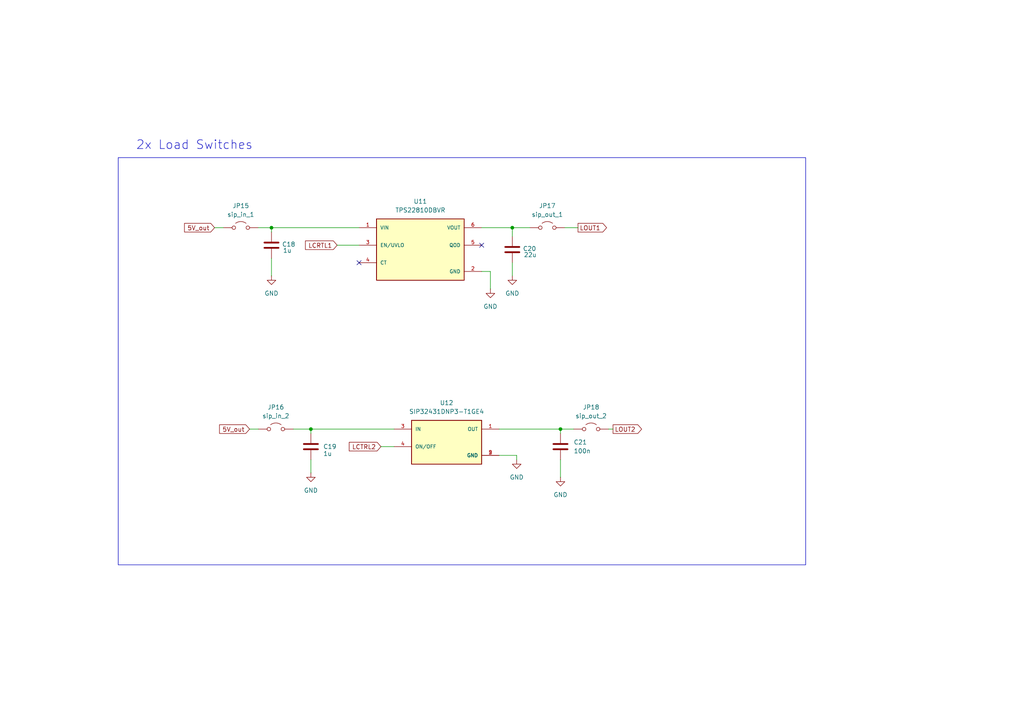
<source format=kicad_sch>
(kicad_sch (version 20231120) (generator "eeschema") (generator_version "8.0")
  (paper "A4")
  (title_block (title "Power Module") (date "2025-03-23") (rev "1") (company "University Of Cape Town") (comment 4 "Author: Khanzi Olwethu[KHNOLW003], Athenkosi Khonzani[KHNATH002]"))
  (lib_symbols
    (symbol "Device:C" (pin_numbers hide) (pin_names (offset 0.254))
      (property "Reference" "C" (at 0.635 2.54 0))
      (property "Value" "C" (at 0.635 -2.54 0))
      (symbol "C_0_1"
        (polyline (pts (xy -2.032 -0.762) (xy 2.032 -0.762)) (stroke (width 0.508)))
        (polyline (pts (xy -2.032 0.762) (xy 2.032 0.762)) (stroke (width 0.508)))
      )
      (symbol "C_1_1"
        (pin passive line (at 0 3.81 270) (length 2.794) (name "~") (number "1"))
        (pin passive line (at 0 -3.81 90) (length 2.794) (name "~") (number "2"))
      )
    )
    (symbol "Jumper:Jumper_2_Open" (pin_numbers hide) (pin_names (offset 0) hide) (exclude_from_sim yes)
      (property "Reference" "JP" (at 0 2.794 0))
      (property "Value" "Jumper_2_Open" (at 0 -2.286 0))
      (symbol "Jumper_2_Open_0_0"
        (circle (center -2.032 0) (radius 0.508))
        (circle (center 2.032 0) (radius 0.508))
      )
      (symbol "Jumper_2_Open_0_1"
        (arc (start 1.524 1.27) (mid 0 1.778) (end -1.524 1.27))
      )
      (symbol "Jumper_2_Open_1_1"
        (pin passive line (at -5.08 0 0) (length 2.54) (name "A") (number "1"))
        (pin passive line (at 5.08 0 180) (length 2.54) (name "B") (number "2"))
      )
    )
    (symbol "SIP32431DNP3-T1GE4:SIP32431DNP3-T1GE4" (pin_names (offset 1.016))
      (property "Reference" "U" (at -10.16 5.842 0))
      (property "Value" "SIP32431DNP3-T1GE4" (at -10.16 -10.16 0))
      (symbol "SIP32431DNP3-T1GE4_0_0"
        (rectangle (start -10.16 -7.62) (end 10.16 5.08) (stroke (width 0.254)) (fill (type background)))
        (pin output line (at 15.24 2.54 180) (length 5.08) (name "OUT") (number "1"))
        (pin power_in line (at 15.24 -5.08 180) (length 5.08) (name "GND") (number "2"))
        (pin input line (at -15.24 2.54 0) (length 5.08) (name "IN") (number "3"))
        (pin input line (at -15.24 -2.54 0) (length 5.08) (name "ON/OFF") (number "4"))
        (pin power_in line (at 15.24 -5.08 180) (length 5.08) (name "GND") (number "5"))
      )
    )
    (symbol "TPS22810DBVR:TPS22810DBVR" (pin_names (offset 1.016))
      (property "Reference" "U" (at -12.7 11.16 0))
      (property "Value" "TPS22810DBVR" (at -12.7 -10.16 0))
      (symbol "TPS22810DBVR_0_0"
        (rectangle (start -12.7 -7.62) (end 12.7 10.16) (stroke (width 0.254)) (fill (type background)))
        (pin input line (at -17.78 7.62 0) (length 5.08) (name "VIN") (number "1"))
        (pin power_in line (at 17.78 -5.08 180) (length 5.08) (name "GND") (number "2"))
        (pin input line (at -17.78 2.54 0) (length 5.08) (name "EN/UVLO") (number "3"))
        (pin output line (at -17.78 -2.54 0) (length 5.08) (name "CT") (number "4"))
        (pin output line (at 17.78 2.54 180) (length 5.08) (name "QOD") (number "5"))
        (pin output line (at 17.78 7.62 180) (length 5.08) (name "VOUT") (number "6"))
      )
    )
    (symbol "power:GND" (power) (pin_numbers hide) (pin_names (offset 0) hide)
      (property "Value" "GND" (at 0 -3.81 0))
      (symbol "GND_0_1"
        (polyline (pts (xy 0 0) (xy 0 -1.27) (xy 1.27 -1.27) (xy 0 -2.54) (xy -1.27 -1.27) (xy 0 -1.27)))
      )
      (symbol "GND_1_1"
        (pin power_in line (at 0 0 270) (length 0) (name "~") (number "1"))
      )
    )
  )
  (junction (at 162.56 124.46))
  (junction (at 90.17 124.46))
  (junction (at 78.74 66.04))
  (junction (at 148.59 66.04))
  (no_connect (at 104.14 76.2))
  (no_connect (at 139.7 71.12))
  (wire (pts (xy 90.17 133.35) (xy 90.17 137.16)))
  (wire (pts (xy 148.59 66.04) (xy 153.67 66.04)))
  (wire (pts (xy 90.17 124.46) (xy 114.3 124.46)))
  (wire (pts (xy 149.86 132.08) (xy 149.86 133.35)))
  (wire (pts (xy 176.53 124.46) (xy 177.8 124.46)))
  (wire (pts (xy 97.79 71.12) (xy 104.14 71.12)))
  (wire (pts (xy 162.56 133.35) (xy 162.56 138.43)))
  (wire (pts (xy 85.09 124.46) (xy 90.17 124.46)))
  (wire (pts (xy 148.59 68.58) (xy 148.59 66.04)))
  (wire (pts (xy 162.56 124.46) (xy 166.37 124.46)))
  (wire (pts (xy 90.17 124.46) (xy 90.17 125.73)))
  (wire (pts (xy 139.7 66.04) (xy 148.59 66.04)))
  (wire (pts (xy 62.23 66.04) (xy 64.77 66.04)))
  (wire (pts (xy 78.74 74.93) (xy 78.74 80.01)))
  (wire (pts (xy 72.39 124.46) (xy 74.93 124.46)))
  (wire (pts (xy 78.74 66.04) (xy 104.14 66.04)))
  (wire (pts (xy 144.78 124.46) (xy 162.56 124.46)))
  (wire (pts (xy 144.78 132.08) (xy 149.86 132.08)))
  (wire (pts (xy 148.59 76.2) (xy 148.59 80.01)))
  (wire (pts (xy 78.74 66.04) (xy 78.74 67.31)))
  (wire (pts (xy 110.49 129.54) (xy 114.3 129.54)))
  (wire (pts (xy 139.7 78.74) (xy 142.24 78.74)))
  (wire (pts (xy 163.83 66.04) (xy 167.64 66.04)))
  (wire (pts (xy 74.93 66.04) (xy 78.74 66.04)))
  (wire (pts (xy 142.24 78.74) (xy 142.24 83.82)))
  (wire (pts (xy 162.56 124.46) (xy 162.56 125.73)))
  (rectangle (start 34.29 45.72) (end 233.68 163.83))
  (text "2x Load Switches" (at 56.388 42.164 0) (effects (font (size 2.54 2.54))))
  (global_label "LOUT1" (shape output) (at 167.64 66.04 0) (property "Intersheetrefs" "${INTERSHEET_REFS}" (effects (hide yes))))
  (global_label "5V_out" (shape input) (at 72.39 124.46 180) (property "Intersheetrefs" "${INTERSHEET_REFS}" (effects (hide yes))))
  (global_label "LOUT2" (shape output) (at 177.8 124.46 0) (property "Intersheetrefs" "${INTERSHEET_REFS}" (effects (hide yes))))
  (global_label "LCRTL1" (shape input) (at 97.79 71.12 180) (property "Intersheetrefs" "${INTERSHEET_REFS}" (effects (hide yes))))
  (global_label "5V_out" (shape input) (at 62.23 66.04 180) (property "Intersheetrefs" "${INTERSHEET_REFS}" (effects (hide yes))))
  (global_label "LCTRL2" (shape input) (at 110.49 129.54 180) (property "Intersheetrefs" "${INTERSHEET_REFS}" (effects (hide yes))))
  (symbol (lib_id "Device:C") (at 148.59 72.39 0) (unit 1)
    (property "Reference" "C20" (at 151.638 72.136 0) (effects (justify left)))
    (property "Value" "22u" (at 151.892 73.914 0) (effects (justify left)))
    (property "Footprint" "Capacitor_SMD:C_0603_1608Metric_Pad1.08x0.95mm_HandSolder" (effects (hide yes)))
    (property "Description" "Unpolarized capacitor" (effects (hide yes)))
    (property "LCSC" "C59461" (effects (hide yes)))
  )
  (symbol (lib_id "Device:C") (at 90.17 129.54 0) (unit 1)
    (property "Reference" "C19" (at 93.726 129.54 0) (effects (justify left)))
    (property "Value" "1u" (at 93.726 131.572 0) (effects (justify left)))
    (property "Footprint" "Capacitor_SMD:C_0603_1608Metric_Pad1.08x0.95mm_HandSolder" (effects (hide yes)))
    (property "Description" "Unpolarized capacitor" (effects (hide yes)))
    (property "LCSC" "C15849" (effects (hide yes)))
  )
  (symbol (lib_id "Device:C") (at 162.56 129.54 0) (unit 1)
    (property "Reference" "C21" (at 166.37 128.2699 0) (effects (justify left)))
    (property "Value" "100n" (at 166.37 130.8099 0) (effects (justify left)))
    (property "Footprint" "Capacitor_SMD:C_0603_1608Metric_Pad1.08x0.95mm_HandSolder" (effects (hide yes)))
    (property "Description" "Unpolarized capacitor" (effects (hide yes)))
    (property "LCSC" "C14663" (effects (hide yes)))
  )
  (symbol (lib_id "power:GND") (at 90.17 137.16 0) (unit 1)
    (property "Reference" "#PWR070" (effects (hide yes)))
    (property "Value" "GND" (at 90.17 142.24 0))
    (property "Description" "Power symbol creates a global label with name \"GND\" , ground" (effects (hide yes)))
  )
  (symbol (lib_id "SIP32431DNP3-T1GE4:SIP32431DNP3-T1GE4") (at 129.54 127 0) (unit 1)
    (property "Reference" "U12" (at 129.54 116.84 0))
    (property "Value" "SIP32431DNP3-T1GE4" (at 129.54 119.38 0))
    (property "Footprint" "footprint:TDFN-4_L1.2-W1.6-P0.50-BL-EP" (effects (hide yes)))
    (property "MF" "Vishay Siliconix" (effects (hide yes)))
    (property "MAXIMUM_PACKAGE_HEIGHT" "0.6mm" (effects (hide yes)))
    (property "Package" "UFDFN-4 Vishay Siliconix" (effects (hide yes)))
    (property "Price" "None" (effects (hide yes)))
    (property "Check_prices" "https://www.snapeda.com/parts/SIP32431DNP3-T1GE4/Vishay/view-part/?ref=eda" (effects (hide yes)))
    (property "STANDARD" "IPC-7351B" (effects (hide yes)))
    (property "PARTREV" "Rev F" (effects (hide yes)))
    (property "SnapEDA_Link" "https://www.snapeda.com/parts/SIP32431DNP3-T1GE4/Vishay/view-part/?ref=snap" (effects (hide yes)))
    (property "MP" "SIP32431DNP3-T1GE4" (effects (hide yes)))
    (property "Description_1" "\n                        \n                            Power Switch/Driver 1:1 P-Channel 1.4A 4-TDFN (1.2x1.6)\n                        \n" (effects (hide yes)))
    (property "Availability" "In Stock" (effects (hide yes)))
    (property "MANUFACTURER" "Vishay Siliconix" (effects (hide yes)))
    (property "LCSC" "C727398" (effects (hide yes)))
  )
  (symbol (lib_id "Jumper:Jumper_2_Open") (at 69.85 66.04 0) (unit 1) (exclude_from_sim yes)
    (property "Reference" "JP15" (at 69.85 59.69 0))
    (property "Value" "sip_in_1" (at 69.85 62.23 0))
    (property "Footprint" "Jumper:SolderJumper-2_P1.3mm_Open_RoundedPad1.0x1.5mm" (effects (hide yes)))
    (property "Description" "Jumper, 2-pole, open" (effects (hide yes)))
  )
  (symbol (lib_id "Jumper:Jumper_2_Open") (at 80.01 124.46 0) (unit 1) (exclude_from_sim yes)
    (property "Reference" "JP16" (at 80.01 118.11 0))
    (property "Value" "sip_in_2" (at 80.01 120.65 0))
    (property "Footprint" "Jumper:SolderJumper-2_P1.3mm_Open_RoundedPad1.0x1.5mm" (effects (hide yes)))
    (property "Description" "Jumper, 2-pole, open" (effects (hide yes)))
  )
  (symbol (lib_id "power:GND") (at 142.24 83.82 0) (unit 1)
    (property "Reference" "#PWR071" (effects (hide yes)))
    (property "Value" "GND" (at 142.24 88.9 0))
    (property "Description" "Power symbol creates a global label with name \"GND\" , ground" (effects (hide yes)))
  )
  (symbol (lib_id "TPS22810DBVR:TPS22810DBVR") (at 121.92 73.66 0) (unit 1)
    (property "Reference" "U11" (at 121.92 58.42 0))
    (property "Value" "TPS22810DBVR" (at 121.92 60.96 0))
    (property "Footprint" "TPS22810DBVR:SOT95P280X145-6N" (effects (hide yes)))
    (property "MF" "Texas Instruments" (effects (hide yes)))
    (property "MAXIMUM_PACKAGE_HEIGHT" "1.45mm" (effects (hide yes)))
    (property "Package" "SOT-23-6 Texas Instruments" (effects (hide yes)))
    (property "Price" "None" (effects (hide yes)))
    (property "Check_prices" "https://www.snapeda.com/parts/TPS22810DBVR/Texas+Instruments/view-part/?ref=eda" (effects (hide yes)))
    (property "STANDARD" "IPC-7351B" (effects (hide yes)))
    (property "PARTREV" "C" (effects (hide yes)))
    (property "SnapEDA_Link" "https://www.snapeda.com/parts/TPS22810DBVR/Texas+Instruments/view-part/?ref=snap" (effects (hide yes)))
    (property "MP" "TPS22810DBVR" (effects (hide yes)))
    (property "Description_1" "\n                        \n                            18-V, 3-A, 79-mΩ load switch with adj. rise time and adj. output discharge\n                        \n" (effects (hide yes)))
    (property "Availability" "In Stock" (effects (hide yes)))
    (property "MANUFACTURER" "Texas Instruments" (effects (hide yes)))
    (property "LCSC" "C205990" (effects (hide yes)))
  )
  (symbol (lib_id "Jumper:Jumper_2_Open") (at 158.75 66.04 0) (unit 1) (exclude_from_sim yes)
    (property "Reference" "JP17" (at 158.75 59.69 0))
    (property "Value" "sip_out_1" (at 158.75 62.23 0))
    (property "Footprint" "Jumper:SolderJumper-2_P1.3mm_Open_RoundedPad1.0x1.5mm" (effects (hide yes)))
    (property "Description" "Jumper, 2-pole, open" (effects (hide yes)))
  )
  (symbol (lib_id "power:GND") (at 149.86 133.35 0) (unit 1)
    (property "Reference" "#PWR073" (effects (hide yes)))
    (property "Value" "GND" (at 149.86 138.43 0))
    (property "Description" "Power symbol creates a global label with name \"GND\" , ground" (effects (hide yes)))
  )
  (symbol (lib_id "Device:C") (at 78.74 71.12 0) (unit 1)
    (property "Reference" "C18" (at 81.788 70.866 0) (effects (justify left)))
    (property "Value" "1u" (at 82.042 72.644 0) (effects (justify left)))
    (property "Footprint" "Capacitor_SMD:C_0603_1608Metric_Pad1.08x0.95mm_HandSolder" (effects (hide yes)))
    (property "Description" "Unpolarized capacitor" (effects (hide yes)))
    (property "LCSC" "C15849" (effects (hide yes)))
  )
  (symbol (lib_id "power:GND") (at 148.59 80.01 0) (unit 1)
    (property "Reference" "#PWR072" (effects (hide yes)))
    (property "Value" "GND" (at 148.59 85.09 0))
    (property "Description" "Power symbol creates a global label with name \"GND\" , ground" (effects (hide yes)))
  )
  (symbol (lib_id "power:GND") (at 78.74 80.01 0) (unit 1)
    (property "Reference" "#PWR069" (effects (hide yes)))
    (property "Value" "GND" (at 78.74 85.09 0))
    (property "Description" "Power symbol creates a global label with name \"GND\" , ground" (effects (hide yes)))
  )
  (symbol (lib_id "Jumper:Jumper_2_Open") (at 171.45 124.46 0) (unit 1) (exclude_from_sim yes)
    (property "Reference" "JP18" (at 171.45 118.11 0))
    (property "Value" "sip_out_2" (at 171.45 120.65 0))
    (property "Footprint" "Jumper:SolderJumper-2_P1.3mm_Open_RoundedPad1.0x1.5mm" (effects (hide yes)))
    (property "Description" "Jumper, 2-pole, open" (effects (hide yes)))
  )
  (symbol (lib_id "power:GND") (at 162.56 138.43 0) (unit 1)
    (property "Reference" "#PWR074" (effects (hide yes)))
    (property "Value" "GND" (at 162.56 143.51 0))
    (property "Description" "Power symbol creates a global label with name \"GND\" , ground" (effects (hide yes)))
  )
)
</source>
